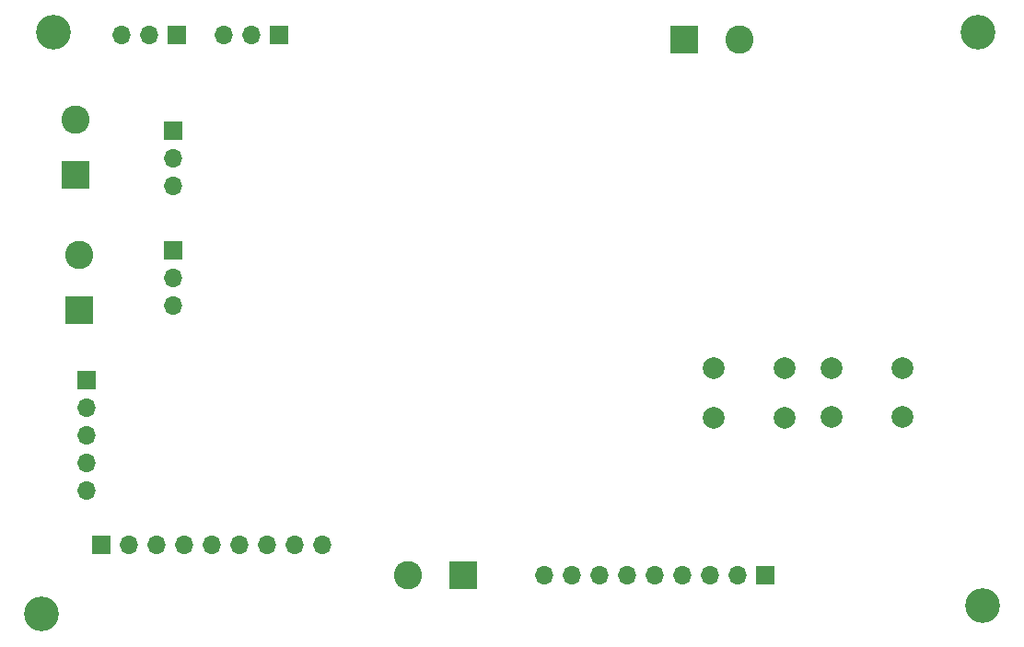
<source format=gbs>
%TF.GenerationSoftware,KiCad,Pcbnew,8.0.5*%
%TF.CreationDate,2024-11-24T13:48:28-06:00*%
%TF.ProjectId,Autonomous_Gardening_Rover_v2,4175746f-6e6f-46d6-9f75-735f47617264,rev?*%
%TF.SameCoordinates,Original*%
%TF.FileFunction,Soldermask,Bot*%
%TF.FilePolarity,Negative*%
%FSLAX46Y46*%
G04 Gerber Fmt 4.6, Leading zero omitted, Abs format (unit mm)*
G04 Created by KiCad (PCBNEW 8.0.5) date 2024-11-24 13:48:28*
%MOMM*%
%LPD*%
G01*
G04 APERTURE LIST*
%ADD10R,2.600000X2.600000*%
%ADD11C,2.600000*%
%ADD12R,1.700000X1.700000*%
%ADD13O,1.700000X1.700000*%
%ADD14C,3.200000*%
%ADD15C,2.000000*%
G04 APERTURE END LIST*
D10*
%TO.C,J8*%
X57305000Y-105545000D03*
D11*
X57305000Y-100465000D03*
%TD*%
D12*
%TO.C,J1*%
X66280000Y-80200000D03*
D13*
X63740000Y-80200000D03*
X61200000Y-80200000D03*
%TD*%
D12*
%TO.C,J11*%
X58000000Y-111925000D03*
D13*
X58000000Y-114465000D03*
X58000000Y-117005000D03*
X58000000Y-119545000D03*
X58000000Y-122085000D03*
%TD*%
D14*
%TO.C,H2*%
X140000000Y-80000000D03*
%TD*%
D10*
%TO.C,J6*%
X92645000Y-129895000D03*
D11*
X87565000Y-129895000D03*
%TD*%
D10*
%TO.C,J3*%
X57000000Y-93080000D03*
D11*
X57000000Y-88000000D03*
%TD*%
D12*
%TO.C,J12*%
X120440000Y-129900000D03*
D13*
X117900000Y-129900000D03*
X115360000Y-129900000D03*
X112820000Y-129900000D03*
X110280000Y-129900000D03*
X107740000Y-129900000D03*
X105200000Y-129900000D03*
X102660000Y-129900000D03*
X100120000Y-129900000D03*
%TD*%
D12*
%TO.C,J10*%
X59350000Y-127100000D03*
D13*
X61890000Y-127100000D03*
X64430000Y-127100000D03*
X66970000Y-127100000D03*
X69510000Y-127100000D03*
X72050000Y-127100000D03*
X74590000Y-127100000D03*
X77130000Y-127100000D03*
X79670000Y-127100000D03*
%TD*%
D12*
%TO.C,J9*%
X75680000Y-80200000D03*
D13*
X73140000Y-80200000D03*
X70600000Y-80200000D03*
%TD*%
D12*
%TO.C,J7*%
X66000000Y-100000000D03*
D13*
X66000000Y-102540000D03*
X66000000Y-105080000D03*
%TD*%
D12*
%TO.C,J5*%
X66000000Y-89000000D03*
D13*
X66000000Y-91540000D03*
X66000000Y-94080000D03*
%TD*%
D14*
%TO.C,H3*%
X140400000Y-132700000D03*
%TD*%
%TO.C,H1*%
X55000000Y-80000000D03*
%TD*%
D15*
%TO.C,SW1*%
X122200000Y-115400000D03*
X115700000Y-115400000D03*
X122200000Y-110900000D03*
X115700000Y-110900000D03*
%TD*%
%TO.C,SW2*%
X133050000Y-115350000D03*
X126550000Y-115350000D03*
X133050000Y-110850000D03*
X126550000Y-110850000D03*
%TD*%
D10*
%TO.C,J4*%
X112955000Y-80605000D03*
D11*
X118035000Y-80605000D03*
%TD*%
D14*
%TO.C,H4*%
X53900000Y-133500000D03*
%TD*%
M02*

</source>
